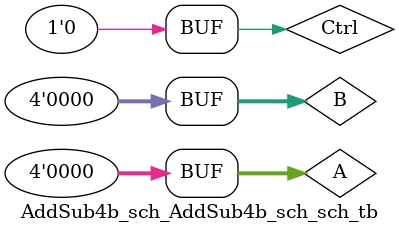
<source format=v>

`timescale 1ns / 1ps

module AddSub4b_sch_AddSub4b_sch_sch_tb();

// Inputs
   reg Ctrl;
   reg [3:0] A;
   reg [3:0] B;

// Output
   wire Co;
   wire [3:0] S;

// Bidirs

// Instantiate the UUT
   AddSub4b_sch UUT (
		.Co(Co), 
		.S(S), 
		.Ctrl(Ctrl), 
		.A(A), 
		.B(B)
   );
// Initialize Inputs
initial begin
		Ctrl = 0;
		A = 0;
		B = 0;
		
		A=4'b0010;
		B=4'b0100;
		Ctrl=0;
		#100;
		
	   Ctrl=1;
		#100;
		
		A=4'b1000;
		B=4'b0010;
		Ctrl=0;
		#100;
		
		Ctrl=1;
		#100;
		
		A=4'b1000;
		B=4'b1000;
		Ctrl=0;
		#100;
		
		Ctrl=1;
		#100;
		
		
		Ctrl=0;
		A=0;
		B=0;
		
		
end
endmodule

</source>
